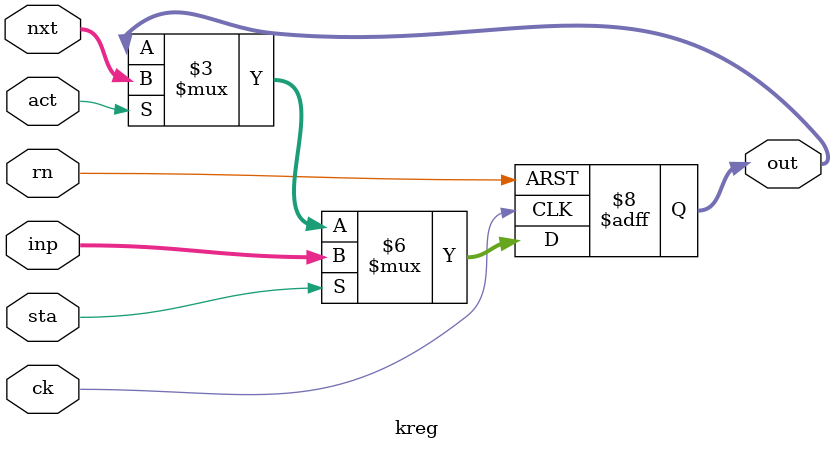
<source format=v>
`timescale 1ns / 1ps

module kreg(
    sta,
    act,
    inp,
    nxt,
    ck,
    rn,
    out
);

input [0:79] inp; // Key initial data
input [0:79] nxt; // Next value of key
input act;        // Active signal
input sta;        // Start signal
input ck;         // Rising edge clock
input rn;         // Active low reset
output [0:79] out; // Key output
reg [0:79] out; // Key output

always @ (posedge ck or negedge rn)
    if (!rn)
        out <= 0;
    else if (sta)
        out <= inp;
    else if (act)
        out <= nxt;

endmodule


</source>
